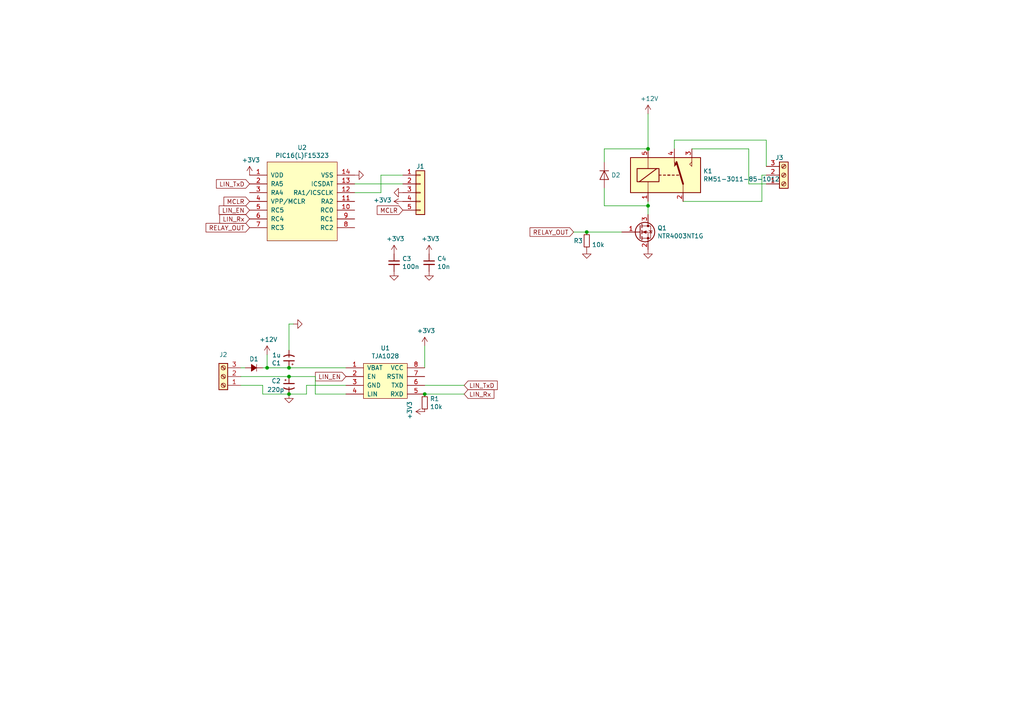
<source format=kicad_sch>
(kicad_sch (version 20220622) (generator eeschema)
  (paper "A4")
  (lib_symbols
    (symbol "lin_bb-rescue:2N7002-transistors" (pin_names (offset 0) hide)
      (property "Reference" "Q" (at 5.08 1.905 0))
      (property "Value" "2N7002-transistors" (at 5.08 0 0))
      (symbol "2N7002-transistors_0_1"
        (polyline (pts (xy 0.762 -1.778) (xy 2.54 -1.778)))
        (polyline (pts (xy 0.762 -1.27) (xy 0.762 -2.286)) (stroke (width 0.254)))
        (polyline (pts (xy 0.762 0) (xy 2.54 0)))
        (polyline (pts (xy 0.762 0.508) (xy 0.762 -0.508)) (stroke (width 0.254)))
        (polyline (pts (xy 0.762 1.778) (xy 2.54 1.778)))
        (polyline (pts (xy 0.762 2.286) (xy 0.762 1.27)) (stroke (width 0.254)))
        (polyline (pts (xy 2.54 -1.778) (xy 2.54 -2.54)))
        (polyline (pts (xy 2.54 -1.778) (xy 2.54 0)))
        (polyline (pts (xy 2.54 2.54) (xy 2.54 1.778)))
        (polyline (pts (xy 0.254 1.905) (xy 0.254 -1.905) (xy 0.254 -1.905)) (stroke (width 0.254)))
        (polyline (pts (xy 1.016 0) (xy 2.032 0.381) (xy 2.032 -0.381) (xy 1.016 0)) (fill (type outline)))
        (polyline (pts (xy 2.54 -1.778) (xy 3.302 -1.778) (xy 3.302 1.778) (xy 2.54 1.778)))
        (polyline (pts (xy 2.794 0.508) (xy 2.921 0.381) (xy 3.683 0.381) (xy 3.81 0.254)))
        (polyline (pts (xy 3.302 0.381) (xy 2.921 -0.254) (xy 3.683 -0.254) (xy 3.302 0.381)))
        (circle (center 1.651 0) (radius 2.8194) (stroke (width 0.254)))
        (circle (center 2.54 -1.778) (radius 0.2794) (fill (type outline)))
        (circle (center 2.54 1.778) (radius 0.2794) (fill (type outline)))
      )
      (symbol "2N7002-transistors_1_1"
        (pin input line (at -5.08 0 0) (length 5.334) (name "G") (number "1"))
        (pin passive line (at 2.54 -5.08 90) (length 2.54) (name "S") (number "2"))
        (pin passive line (at 2.54 5.08 270) (length 2.54) (name "D") (number "3"))
      )
    )
    (symbol "lin_bb-rescue:CP1_Small-device" (pin_numbers hide) (pin_names (offset 0.254) hide)
      (property "Reference" "C" (at 0.254 1.778 0))
      (property "Value" "CP1_Small-device" (at 0.254 -2.032 0))
      (symbol "CP1_Small-device_0_1"
        (arc (start -1.524 -0.762) (mid 0 -6.7386) (end 1.524 -0.762) (stroke (width 0.3048)))
        (polyline (pts (xy -1.524 0.508) (xy 1.524 0.508)) (stroke (width 0.3048)))
        (polyline (pts (xy -1.27 1.524) (xy -0.762 1.524)))
        (polyline (pts (xy -1.016 1.27) (xy -1.016 1.778)))
      )
      (symbol "CP1_Small-device_1_1"
        (pin passive line (at 0 2.54 270) (length 2.032) (name "~") (number "1"))
        (pin passive line (at 0 -2.54 90) (length 2.032) (name "~") (number "2"))
      )
    )
    (symbol "lin_bb-rescue:C_Small-device" (pin_numbers hide) (pin_names (offset 0.254) hide)
      (property "Reference" "C" (at 0.254 1.778 0))
      (property "Value" "C_Small-device" (at 0.254 -2.032 0))
      (symbol "C_Small-device_0_1"
        (polyline (pts (xy -1.524 -0.508) (xy 1.524 -0.508)) (stroke (width 0.3302)))
        (polyline (pts (xy -1.524 0.508) (xy 1.524 0.508)) (stroke (width 0.3048)))
      )
      (symbol "C_Small-device_1_1"
        (pin passive line (at 0 2.54 270) (length 2.032) (name "~") (number "1"))
        (pin passive line (at 0 -2.54 90) (length 2.032) (name "~") (number "2"))
      )
    )
    (symbol "lin_bb-rescue:Conn_01x05-conn" (pin_names (offset 1.016) hide)
      (property "Reference" "J" (at 0 7.62 0))
      (property "Value" "Conn_01x05-conn" (at 0 -7.62 0))
      (symbol "Conn_01x05-conn_1_1"
        (rectangle (start -1.27 -4.953) (end 0 -5.207) (stroke (width 0.1524)))
        (rectangle (start -1.27 -2.413) (end 0 -2.667) (stroke (width 0.1524)))
        (rectangle (start -1.27 0.127) (end 0 -0.127) (stroke (width 0.1524)))
        (rectangle (start -1.27 2.667) (end 0 2.413) (stroke (width 0.1524)))
        (rectangle (start -1.27 5.207) (end 0 4.953) (stroke (width 0.1524)))
        (rectangle (start -1.27 6.35) (end 1.27 -6.35) (stroke (width 0.254)) (fill (type background)))
        (pin passive line (at -5.08 5.08 0) (length 3.81) (name "Pin_1") (number "1"))
        (pin passive line (at -5.08 2.54 0) (length 3.81) (name "Pin_2") (number "2"))
        (pin passive line (at -5.08 0 0) (length 3.81) (name "Pin_3") (number "3"))
        (pin passive line (at -5.08 -2.54 0) (length 3.81) (name "Pin_4") (number "4"))
        (pin passive line (at -5.08 -5.08 0) (length 3.81) (name "Pin_5") (number "5"))
      )
    )
    (symbol "lin_bb-rescue:D-device" (pin_numbers hide) (pin_names (offset 1.016) hide)
      (property "Reference" "D" (at 0 2.54 0))
      (property "Value" "D-device" (at 0 -2.54 0))
      (symbol "D-device_0_1"
        (polyline (pts (xy -1.27 1.27) (xy -1.27 -1.27)) (stroke (width 0.2032)))
        (polyline (pts (xy 1.27 0) (xy -1.27 0)))
        (polyline (pts (xy 1.27 1.27) (xy 1.27 -1.27) (xy -1.27 0) (xy 1.27 1.27)) (stroke (width 0.2032)))
      )
      (symbol "D-device_1_1"
        (pin passive line (at -3.81 0 0) (length 2.54) (name "K") (number "1"))
        (pin passive line (at 3.81 0 180) (length 2.54) (name "A") (number "2"))
      )
    )
    (symbol "lin_bb-rescue:D_Small_ALT-device" (pin_numbers hide) (pin_names (offset 0.254) hide)
      (property "Reference" "D" (at -1.27 2.032 0))
      (property "Value" "D_Small_ALT-device" (at -3.81 -2.032 0))
      (symbol "D_Small_ALT-device_0_1"
        (polyline (pts (xy -0.762 -1.016) (xy -0.762 1.016)))
        (polyline (pts (xy -0.762 0) (xy 0.762 0)))
        (polyline (pts (xy 0.762 -1.016) (xy -0.762 0) (xy 0.762 1.016) (xy 0.762 -1.016)) (fill (type outline)))
      )
      (symbol "D_Small_ALT-device_1_1"
        (pin passive line (at -2.54 0 0) (length 1.778) (name "K") (number "1"))
        (pin passive line (at 2.54 0 180) (length 1.778) (name "A") (number "2"))
      )
    )
    (symbol "lin_bb-rescue:G5Q-1-relays" (pin_names (offset 1.016))
      (property "Reference" "K" (at 16.51 8.89 0))
      (property "Value" "G5Q-1-relays" (at 16.51 6.35 0))
      (symbol "G5Q-1-relays_0_0"
        (polyline (pts (xy 7.62 8.89) (xy 7.62 10.16)))
        (polyline (pts (xy 12.7 8.89) (xy 12.7 10.16)))
        (polyline (pts (xy 12.7 8.89) (xy 12.7 7.62) (xy 12.065 8.255) (xy 12.7 8.89)))
      )
      (symbol "G5Q-1-relays_0_1"
        (rectangle (start -5.08 10.16) (end 15.24 0) (stroke (width 0.254)) (fill (type background)))
        (rectangle (start -3.175 6.985) (end 3.175 3.175) (stroke (width 0.254)))
        (polyline (pts (xy -2.54 3.175) (xy 2.54 6.985)) (stroke (width 0.254)))
        (polyline (pts (xy 0 0) (xy 0 3.175)))
        (polyline (pts (xy 0 10.16) (xy 0 6.985)))
        (polyline (pts (xy 3.175 5.08) (xy 3.81 5.08)) (stroke (width 0.254)))
        (polyline (pts (xy 4.445 5.08) (xy 5.08 5.08)) (stroke (width 0.254)))
        (polyline (pts (xy 5.715 5.08) (xy 6.35 5.08)) (stroke (width 0.254)))
        (polyline (pts (xy 5.715 5.08) (xy 6.35 5.08)) (stroke (width 0.254)))
        (polyline (pts (xy 6.985 5.08) (xy 7.62 5.08)) (stroke (width 0.254)))
        (polyline (pts (xy 8.255 5.08) (xy 8.89 5.08)) (stroke (width 0.254)))
        (polyline (pts (xy 10.16 2.54) (xy 8.255 8.89)) (stroke (width 0.508)))
        (polyline (pts (xy 10.16 2.54) (xy 10.16 0)))
        (polyline (pts (xy 7.62 7.62) (xy 8.255 8.255) (xy 7.62 8.89)) (fill (type outline)))
      )
      (symbol "G5Q-1-relays_1_1"
        (pin passive line (at 0 -2.54 90) (length 2.54) (name "~") (number "1"))
        (pin passive line (at 10.16 -2.54 90) (length 2.54) (name "~") (number "2"))
        (pin passive line (at 12.7 12.7 270) (length 2.54) (name "~") (number "3"))
        (pin passive line (at 7.62 12.7 270) (length 2.54) (name "~") (number "4"))
        (pin passive line (at 0 12.7 270) (length 2.54) (name "~") (number "5"))
      )
    )
    (symbol "lin_bb-rescue:PIC16(L)F15323-ucan_custom" (pin_names (offset 1.016))
      (property "Reference" "U" (at -8.89 16.51 0))
      (property "Value" "PIC16(L)F15323-ucan_custom" (at 13.97 -10.16 0))
      (symbol "PIC16(L)F15323-ucan_custom_0_1"
        (rectangle (start -7.62 15.24) (end 12.7 -7.62) (fill (type background)))
      )
      (symbol "PIC16(L)F15323-ucan_custom_1_1"
        (pin input line (at -12.7 11.43 0) (length 5.08) (name "VDD") (number "1"))
        (pin input line (at 17.78 1.27 180) (length 5.08) (name "RC0") (number "10"))
        (pin input line (at 17.78 3.81 180) (length 5.08) (name "RA2") (number "11"))
        (pin input line (at 17.78 6.35 180) (length 5.08) (name "RA1/ICSCLK") (number "12"))
        (pin input line (at 17.78 8.89 180) (length 5.08) (name "ICSDAT") (number "13"))
        (pin input line (at 17.78 11.43 180) (length 5.08) (name "VSS") (number "14"))
        (pin input line (at -12.7 8.89 0) (length 5.08) (name "RA5") (number "2"))
        (pin input line (at -12.7 6.35 0) (length 5.08) (name "RA4") (number "3"))
        (pin input line (at -12.7 3.81 0) (length 5.08) (name "VPP/MCLR") (number "4"))
        (pin input line (at -12.7 1.27 0) (length 5.08) (name "RC5") (number "5"))
        (pin input line (at -12.7 -1.27 0) (length 5.08) (name "RC4") (number "6"))
        (pin input line (at -12.7 -3.81 0) (length 5.08) (name "RC3") (number "7"))
        (pin input line (at 17.78 -3.81 180) (length 5.08) (name "RC2") (number "8"))
        (pin input line (at 17.78 -1.27 180) (length 5.08) (name "RC1") (number "9"))
      )
    )
    (symbol "lin_bb-rescue:R_Small-device" (pin_numbers hide) (pin_names (offset 0.254) hide)
      (property "Reference" "R" (at 0.762 0.508 0))
      (property "Value" "R_Small-device" (at 0.762 -1.016 0))
      (symbol "R_Small-device_0_1"
        (rectangle (start -0.762 1.778) (end 0.762 -1.778) (stroke (width 0.2032)))
      )
      (symbol "R_Small-device_1_1"
        (pin passive line (at 0 2.54 270) (length 0.762) (name "~") (number "1"))
        (pin passive line (at 0 -2.54 90) (length 0.762) (name "~") (number "2"))
      )
    )
    (symbol "lin_bb-rescue:Screw_Terminal_01x03-conn" (pin_names (offset 1.016) hide)
      (property "Reference" "J" (at 0 5.08 0))
      (property "Value" "Screw_Terminal_01x03-conn" (at 0 -5.08 0))
      (symbol "Screw_Terminal_01x03-conn_1_1"
        (rectangle (start -1.27 3.81) (end 1.27 -3.81) (stroke (width 0.254)) (fill (type background)))
        (circle (center 0 -2.54) (radius 0.635) (stroke (width 0.1524)))
        (polyline (pts (xy -0.5334 -2.2098) (xy 0.3302 -3.048)) (stroke (width 0.1524)))
        (polyline (pts (xy -0.5334 0.3302) (xy 0.3302 -0.508)) (stroke (width 0.1524)))
        (polyline (pts (xy -0.5334 2.8702) (xy 0.3302 2.032)) (stroke (width 0.1524)))
        (polyline (pts (xy -0.3556 -2.032) (xy 0.508 -2.8702)) (stroke (width 0.1524)))
        (polyline (pts (xy -0.3556 0.508) (xy 0.508 -0.3302)) (stroke (width 0.1524)))
        (polyline (pts (xy -0.3556 3.048) (xy 0.508 2.2098)) (stroke (width 0.1524)))
        (circle (center 0 0) (radius 0.635) (stroke (width 0.1524)))
        (circle (center 0 2.54) (radius 0.635) (stroke (width 0.1524)))
        (pin passive line (at -5.08 2.54 0) (length 3.81) (name "Pin_1") (number "1"))
        (pin passive line (at -5.08 0 0) (length 3.81) (name "Pin_2") (number "2"))
        (pin passive line (at -5.08 -2.54 0) (length 3.81) (name "Pin_3") (number "3"))
      )
    )
    (symbol "lin_bb-rescue:TJA1028-ucan_custom" (pin_names (offset 1.016))
      (property "Reference" "U" (at 0 8.89 0))
      (property "Value" "TJA1028-ucan_custom" (at 0 6.35 0))
      (symbol "TJA1028-ucan_custom_0_1"
        (rectangle (start -6.35 5.08) (end 6.35 -5.08) (fill (type background)))
      )
      (symbol "TJA1028-ucan_custom_1_1"
        (pin input line (at -11.43 3.81 0) (length 5.08) (name "VBAT") (number "1"))
        (pin input line (at -11.43 1.27 0) (length 5.08) (name "EN") (number "2"))
        (pin input line (at -11.43 -1.27 0) (length 5.08) (name "GND") (number "3"))
        (pin input line (at -11.43 -3.81 0) (length 5.08) (name "LIN") (number "4"))
        (pin input line (at 11.43 -3.81 180) (length 5.08) (name "RXD") (number "5"))
        (pin input line (at 11.43 -1.27 180) (length 5.08) (name "TXD") (number "6"))
        (pin input line (at 11.43 1.27 180) (length 5.08) (name "RSTN") (number "7"))
        (pin input line (at 11.43 3.81 180) (length 5.08) (name "VCC") (number "8"))
      )
    )
    (symbol "power:+12V" (power) (pin_names (offset 0))
      (property "Value" "+12V" (at 0 3.556 0))
      (symbol "+12V_0_1"
        (polyline (pts (xy -0.762 1.27) (xy 0 2.54)))
        (polyline (pts (xy 0 0) (xy 0 2.54)))
        (polyline (pts (xy 0 2.54) (xy 0.762 1.27)))
      )
      (symbol "+12V_1_1"
        (pin power_in line (at 0 0 90) (length 0) hide (name "+12V") (number "1"))
      )
    )
    (symbol "power:+3V3" (power) (pin_names (offset 0))
      (property "Value" "+3V3" (at 0 3.556 0))
      (symbol "+3V3_0_1"
        (polyline (pts (xy -0.762 1.27) (xy 0 2.54)))
        (polyline (pts (xy 0 0) (xy 0 2.54)))
        (polyline (pts (xy 0 2.54) (xy 0.762 1.27)))
      )
      (symbol "+3V3_1_1"
        (pin power_in line (at 0 0 90) (length 0) hide (name "+3V3") (number "1"))
      )
    )
    (symbol "power:GND" (power) (pin_names (offset 0))
      (property "Value" "GND" (at 0 -3.81 0))
      (symbol "GND_0_1"
        (polyline (pts (xy 0 0) (xy 0 -1.27) (xy 1.27 -1.27) (xy 0 -2.54) (xy -1.27 -1.27) (xy 0 -1.27)))
      )
      (symbol "GND_1_1"
        (pin power_in line (at 0 0 270) (length 0) hide (name "GND") (number "1"))
      )
    )
  )
  (junction (at 123.19 114.3))
  (junction (at 83.82 109.22))
  (junction (at 83.82 114.3))
  (junction (at 187.96 59.69))
  (junction (at 187.96 43.18))
  (junction (at 77.47 106.68))
  (junction (at 83.82 106.68))
  (junction (at 170.18 67.31))
  (wire (pts (xy 110.49 50.8) (xy 116.84 50.8)))
  (wire (pts (xy 76.2 106.68) (xy 77.47 106.68)))
  (wire (pts (xy 83.82 114.3) (xy 88.9 114.3)))
  (wire (pts (xy 175.26 43.18) (xy 187.96 43.18)))
  (wire (pts (xy 102.87 53.34) (xy 116.84 53.34)))
  (wire (pts (xy 175.26 46.99) (xy 175.26 43.18)))
  (wire (pts (xy 217.17 43.18) (xy 217.17 53.34)))
  (wire (pts (xy 91.44 114.3) (xy 91.44 109.22)))
  (wire (pts (xy 77.47 106.68) (xy 83.82 106.68)))
  (wire (pts (xy 123.19 111.76) (xy 134.62 111.76)))
  (wire (pts (xy 71.12 106.68) (xy 69.85 106.68)))
  (wire (pts (xy 222.25 53.34) (xy 217.17 53.34)))
  (wire (pts (xy 220.98 58.42) (xy 220.98 50.8)))
  (wire (pts (xy 187.96 59.69) (xy 187.96 62.23)))
  (wire (pts (xy 222.25 40.64) (xy 222.25 48.26)))
  (wire (pts (xy 187.96 58.42) (xy 187.96 59.69)))
  (wire (pts (xy 195.58 43.18) (xy 195.58 40.64)))
  (wire (pts (xy 170.18 67.31) (xy 166.37 67.31)))
  (wire (pts (xy 77.47 102.87) (xy 77.47 106.68)))
  (wire (pts (xy 76.2 114.3) (xy 83.82 114.3)))
  (wire (pts (xy 220.98 50.8) (xy 222.25 50.8)))
  (wire (pts (xy 69.85 111.76) (xy 76.2 111.76)))
  (wire (pts (xy 69.85 109.22) (xy 83.82 109.22)))
  (wire (pts (xy 200.66 43.18) (xy 217.17 43.18)))
  (wire (pts (xy 91.44 109.22) (xy 83.82 109.22)))
  (wire (pts (xy 91.44 114.3) (xy 100.33 114.3)))
  (wire (pts (xy 175.26 59.69) (xy 175.26 54.61)))
  (wire (pts (xy 76.2 111.76) (xy 76.2 114.3)))
  (wire (pts (xy 195.58 40.64) (xy 222.25 40.64)))
  (wire (pts (xy 88.9 111.76) (xy 100.33 111.76)))
  (wire (pts (xy 134.62 114.3) (xy 123.19 114.3)))
  (wire (pts (xy 83.82 93.98) (xy 85.09 93.98)))
  (wire (pts (xy 102.87 55.88) (xy 110.49 55.88)))
  (wire (pts (xy 123.19 100.33) (xy 123.19 106.68)))
  (wire (pts (xy 110.49 55.88) (xy 110.49 50.8)))
  (wire (pts (xy 180.34 67.31) (xy 170.18 67.31)))
  (wire (pts (xy 198.12 58.42) (xy 220.98 58.42)))
  (wire (pts (xy 187.96 43.18) (xy 187.96 33.02)))
  (wire (pts (xy 83.82 93.98) (xy 83.82 101.6)))
  (wire (pts (xy 187.96 59.69) (xy 175.26 59.69)))
  (wire (pts (xy 88.9 114.3) (xy 88.9 111.76)))
  (wire (pts (xy 83.82 106.68) (xy 100.33 106.68)))
  (global_label "LIN_EN" (shape input) (at 72.39 60.96 180) (property "Intersheetrefs" "${INTERSHEET_REFS}" (effects hide)))
  (global_label "MCLR" (shape input) (at 116.84 60.96 180) (property "Intersheetrefs" "${INTERSHEET_REFS}" (effects hide)))
  (global_label "RELAY_OUT" (shape input) (at 166.37 67.31 180) (property "Intersheetrefs" "${INTERSHEET_REFS}" (effects hide)))
  (global_label "RELAY_OUT" (shape input) (at 72.39 66.04 180) (property "Intersheetrefs" "${INTERSHEET_REFS}" (effects hide)))
  (global_label "MCLR" (shape input) (at 72.39 58.42 180) (property "Intersheetrefs" "${INTERSHEET_REFS}" (effects hide)))
  (global_label "LIN_TxD" (shape input) (at 134.62 111.76 0) (property "Intersheetrefs" "${INTERSHEET_REFS}" (effects hide)))
  (global_label "LIN_EN" (shape input) (at 100.33 109.22 180) (property "Intersheetrefs" "${INTERSHEET_REFS}" (effects hide)))
  (global_label "LIN_TxD" (shape input) (at 72.39 53.34 180) (property "Intersheetrefs" "${INTERSHEET_REFS}" (effects hide)))
  (global_label "LIN_Rx" (shape input) (at 134.62 114.3 0) (property "Intersheetrefs" "${INTERSHEET_REFS}" (effects hide)))
  (global_label "LIN_Rx" (shape input) (at 72.39 63.5 180) (property "Intersheetrefs" "${INTERSHEET_REFS}" (effects hide)))
  (symbol (lib_id "lin_bb-rescue:Conn_01x05-conn") (at 121.92 55.88 0) (unit 1)
    (default_instance (reference "U") (unit 1) (value "") (footprint ""))
    (property "Reference" "J1" (at 121.92 48.26 0))
    (property "Value" "Conn_01x05" (effects hide))
    (property "Footprint" "ucan_custom:prog_con" (effects hide))
  )
  (symbol (lib_id "lin_bb-rescue:Screw_Terminal_01x03-conn") (at 64.77 109.22 180) (unit 1)
    (default_instance (reference "U") (unit 1) (value "") (footprint ""))
    (property "Reference" "J2" (at 64.77 102.87 0))
    (property "Value" "Screw_Terminal_01x03" (effects hide))
    (property "Footprint" "Connectors_Terminal_Blocks:TerminalBlock_Altech_AK300-3_P5.00mm" (effects hide))
  )
  (symbol (lib_id "lin_bb-rescue:PIC16(L)F15323-ucan_custom") (at 85.09 62.23 0) (unit 1)
    (default_instance (reference "U") (unit 1) (value "") (footprint ""))
    (property "Reference" "U2" (at 87.63 42.799 0))
    (property "Value" "PIC16(L)F15323" (at 87.63 45.1104 0))
    (property "Footprint" "Housings_SSOP:TSSOP-14_4.4x5mm_Pitch0.65mm" (effects hide))
    (property "1st Disrtib Link" "https://octopart.com/pic16f15323-i%2Fst-microchip-81931877?r=sp&s=HL3pw_54Qo6Ax9AhIqXJRw" (effects hide))
  )
  (symbol (lib_id "lin_bb-rescue:CP1_Small-device") (at 83.82 111.76 0) (unit 1)
    (default_instance (reference "U") (unit 1) (value "") (footprint ""))
    (property "Reference" "C2" (at 78.74 110.49 0) (effects (justify left)))
    (property "Value" "220p" (at 77.47 113.03 0) (effects (justify left)))
    (property "Footprint" "Capacitors_SMD:C_0603" (effects hide))
  )
  (symbol (lib_id "lin_bb-rescue:CP1_Small-device") (at 83.82 104.14 180) (unit 1)
    (default_instance (reference "U") (unit 1) (value "") (footprint ""))
    (property "Reference" "C1" (at 81.5086 105.3084 0) (effects (justify left)))
    (property "Value" "1u" (at 81.5086 102.997 0) (effects (justify left)))
    (property "Footprint" "Capacitors_SMD:C_0805" (effects hide))
  )
  (symbol (lib_id "lin_bb-rescue:R_Small-device") (at 123.19 116.84 0) (unit 1)
    (default_instance (reference "U") (unit 1) (value "") (footprint ""))
    (property "Reference" "R1" (at 124.6886 115.6716 0) (effects (justify left)))
    (property "Value" "10k" (at 124.6886 117.983 0) (effects (justify left)))
    (property "Footprint" "Resistors_SMD:R_0603" (effects hide))
  )
  (symbol (lib_id "lin_bb-rescue:Screw_Terminal_01x03-conn") (at 227.33 50.8 0) (mirror x) (unit 1)
    (default_instance (reference "U") (unit 1) (value "") (footprint ""))
    (property "Reference" "J3" (at 226.06 45.72 0))
    (property "Value" "Screw_Terminal_01x03" (effects hide))
    (property "Footprint" "Connectors_Terminal_Blocks:TerminalBlock_Altech_AK300-3_P5.00mm" (effects hide))
  )
  (symbol (lib_id "lin_bb-rescue:G5Q-1-relays") (at 187.96 55.88 0) (unit 1)
    (default_instance (reference "U") (unit 1) (value "") (footprint ""))
    (property "Reference" "K1" (at 203.962 49.6316 0) (effects (justify left)))
    (property "Value" "RM51-3011-85-1012" (at 203.962 51.943 0) (effects (justify left)))
    (property "Footprint" "ucan_custom:RM51_RM50" (effects hide))
    (property "1st Disrtib Link" "https://www.tme.eu/pl/details/rm513011851012/przekazniki-elektromagn-miniaturowe/relpol/rm51-3011-85-1012/" (effects hide))
  )
  (symbol (lib_id "power:+12V") (at 187.96 33.02 0) (unit 1)
    (default_instance (reference "U") (unit 1) (value "") (footprint ""))
    (property "Reference" "#PWR01" (effects hide))
    (property "Value" "+12V" (at 188.341 28.6258 0))
  )
  (symbol (lib_id "lin_bb-rescue:D_Small_ALT-device") (at 73.66 106.68 180) (unit 1)
    (default_instance (reference "U") (unit 1) (value "") (footprint ""))
    (property "Reference" "D1" (at 73.66 104.14 0))
    (property "Value" "SMBD914E6327HTSA1" (effects hide))
    (property "Footprint" "Diodes_SMD:D_SOT-23_ANK" (effects hide))
  )
  (symbol (lib_id "power:GND") (at 83.82 114.3 0) (unit 1)
    (default_instance (reference "U") (unit 1) (value "") (footprint ""))
    (property "Reference" "#PWR02" (effects hide))
    (property "Value" "GND" (effects hide))
  )
  (symbol (lib_id "power:GND") (at 85.09 93.98 90) (unit 1)
    (default_instance (reference "U") (unit 1) (value "") (footprint ""))
    (property "Reference" "#PWR03" (effects hide))
    (property "Value" "GND" (effects hide))
  )
  (symbol (lib_id "power:+3V3") (at 123.19 100.33 0) (unit 1)
    (default_instance (reference "U") (unit 1) (value "") (footprint ""))
    (property "Reference" "#PWR04" (effects hide))
    (property "Value" "+3V3" (at 123.571 95.9358 0))
  )
  (symbol (lib_id "power:+3V3") (at 123.19 119.38 90) (unit 1)
    (default_instance (reference "U") (unit 1) (value "") (footprint ""))
    (property "Reference" "#PWR05" (effects hide))
    (property "Value" "+3V3" (at 118.7958 118.999 0))
  )
  (symbol (lib_id "power:GND") (at 116.84 55.88 270) (unit 1)
    (default_instance (reference "U") (unit 1) (value "") (footprint ""))
    (property "Reference" "#PWR06" (effects hide))
    (property "Value" "GND" (effects hide))
  )
  (symbol (lib_id "power:GND") (at 102.87 50.8 90) (unit 1)
    (default_instance (reference "U") (unit 1) (value "") (footprint ""))
    (property "Reference" "#PWR07" (effects hide))
    (property "Value" "GND" (effects hide))
  )
  (symbol (lib_id "power:+3V3") (at 72.39 50.8 0) (unit 1)
    (default_instance (reference "U") (unit 1) (value "") (footprint ""))
    (property "Reference" "#PWR08" (effects hide))
    (property "Value" "+3V3" (at 72.771 46.4058 0))
  )
  (symbol (lib_id "power:+3V3") (at 116.84 58.42 90) (unit 1)
    (default_instance (reference "U") (unit 1) (value "") (footprint ""))
    (property "Reference" "#PWR09" (effects hide))
    (property "Value" "+3V3" (at 113.5888 58.039 90) (effects (justify left)))
  )
  (symbol (lib_id "lin_bb-rescue:C_Small-device") (at 114.3 76.2 0) (unit 1)
    (default_instance (reference "U") (unit 1) (value "") (footprint ""))
    (property "Reference" "C3" (at 116.6368 75.0316 0) (effects (justify left)))
    (property "Value" "100n" (at 116.6368 77.343 0) (effects (justify left)))
    (property "Footprint" "Capacitors_SMD:C_0805" (effects hide))
  )
  (symbol (lib_id "lin_bb-rescue:C_Small-device") (at 124.46 76.2 0) (unit 1)
    (default_instance (reference "U") (unit 1) (value "") (footprint ""))
    (property "Reference" "C4" (at 126.7968 75.0316 0) (effects (justify left)))
    (property "Value" "10n" (at 126.7968 77.343 0) (effects (justify left)))
    (property "Footprint" "Capacitors_SMD:C_0603" (effects hide))
  )
  (symbol (lib_id "power:+3V3") (at 114.3 73.66 0) (unit 1)
    (default_instance (reference "U") (unit 1) (value "") (footprint ""))
    (property "Reference" "#PWR011" (effects hide))
    (property "Value" "+3V3" (at 114.681 69.2658 0))
  )
  (symbol (lib_id "power:GND") (at 114.3 78.74 0) (unit 1)
    (default_instance (reference "U") (unit 1) (value "") (footprint ""))
    (property "Reference" "#PWR012" (effects hide))
    (property "Value" "GND" (effects hide))
  )
  (symbol (lib_id "power:GND") (at 124.46 78.74 0) (unit 1)
    (default_instance (reference "U") (unit 1) (value "") (footprint ""))
    (property "Reference" "#PWR013" (effects hide))
    (property "Value" "GND" (effects hide))
  )
  (symbol (lib_id "power:+3V3") (at 124.46 73.66 0) (unit 1)
    (default_instance (reference "U") (unit 1) (value "") (footprint ""))
    (property "Reference" "#PWR014" (effects hide))
    (property "Value" "+3V3" (at 124.841 69.2658 0))
  )
  (symbol (lib_id "power:+12V") (at 77.47 102.87 0) (unit 1)
    (default_instance (reference "U") (unit 1) (value "") (footprint ""))
    (property "Reference" "#PWR015" (effects hide))
    (property "Value" "+12V" (at 77.851 98.4758 0))
  )
  (symbol (lib_id "power:GND") (at 187.96 72.39 0) (unit 1)
    (default_instance (reference "U") (unit 1) (value "") (footprint ""))
    (property "Reference" "#PWR016" (effects hide))
    (property "Value" "GND" (effects hide))
  )
  (symbol (lib_id "lin_bb-rescue:R_Small-device") (at 170.18 69.85 0) (unit 1)
    (default_instance (reference "U") (unit 1) (value "") (footprint ""))
    (property "Reference" "R3" (at 166.37 69.85 0) (effects (justify left)))
    (property "Value" "10k" (at 171.6786 70.993 0) (effects (justify left)))
    (property "Footprint" "Resistors_SMD:R_0603" (effects hide))
  )
  (symbol (lib_id "power:GND") (at 170.18 72.39 0) (unit 1)
    (default_instance (reference "U") (unit 1) (value "") (footprint ""))
    (property "Reference" "#PWR017" (effects hide))
    (property "Value" "GND" (effects hide))
  )
  (symbol (lib_id "lin_bb-rescue:TJA1028-ucan_custom") (at 111.76 110.49 0) (unit 1)
    (default_instance (reference "U") (unit 1) (value "") (footprint ""))
    (property "Reference" "U1" (at 111.76 100.965 0))
    (property "Value" "TJA1028" (at 111.76 103.2764 0))
    (property "Footprint" "Housings_SOIC:SOIC-8_3.9x4.9mm_Pitch1.27mm" (effects hide))
    (property "Datasheet" "https://www.nxp.com/docs/en/data-sheet/TJA1028.pdf" (effects hide))
    (property "1st Disrtib Link" "https://octopart.com/tja1028t%2F5v0%2F20%3A11-nxp+semiconductors-28331496?r=sp&s=GYfOWVjdQZaPdbG3rADLYg" (effects hide))
  )
  (symbol (lib_id "lin_bb-rescue:2N7002-transistors") (at 185.42 67.31 0) (unit 1)
    (default_instance (reference "U") (unit 1) (value "") (footprint ""))
    (property "Reference" "Q1" (at 190.6524 66.1416 0) (effects (justify left)))
    (property "Value" "NTR4003NT1G " (at 190.6524 68.453 0) (effects (justify left)))
    (property "Footprint" "TO_SOT_Packages_SMD:SOT-23" (effects hide))
    (property "1st Disrtib Link" "https://www.tme.eu/pl/details/ntr4003nt1g/tranzystory-z-kanalem-n-smd/on-semiconductor/" (effects hide))
  )
  (symbol (lib_id "lin_bb-rescue:D-device") (at 175.26 50.8 270) (unit 1)
    (default_instance (reference "U") (unit 1) (value "") (footprint ""))
    (property "Reference" "D2" (at 177.2666 50.8 90) (effects (justify left)))
    (property "Value" "SMBD914E6327HTSA1" (effects hide))
    (property "Footprint" "Diodes_SMD:D_SOT-23_ANK" (effects hide))
  )
)
</source>
